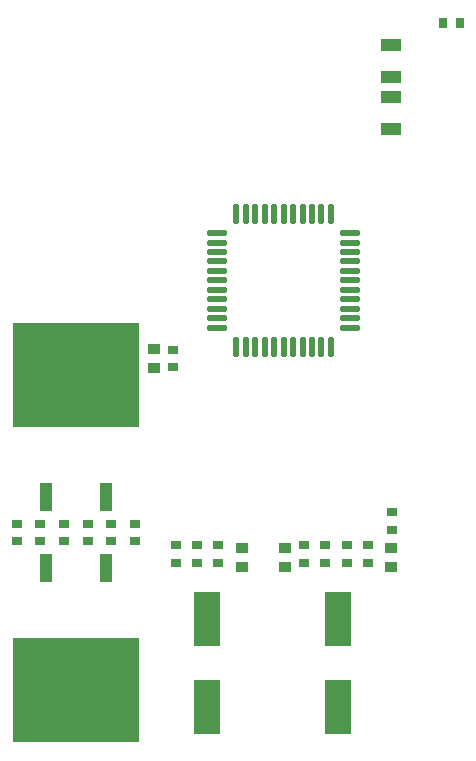
<source format=gtp>
G04 Layer_Color=8421504*
%FSLAX24Y24*%
%MOIN*%
G70*
G01*
G75*
%ADD10R,0.0276X0.0354*%
%ADD11R,0.0354X0.0276*%
%ADD12R,0.0669X0.0433*%
%ADD13R,0.0906X0.1791*%
%ADD14R,0.0413X0.0945*%
%ADD15R,0.4193X0.3504*%
%ADD16R,0.0394X0.0374*%
%ADD17O,0.0689X0.0217*%
%ADD18O,0.0217X0.0689*%
D10*
X-5805Y23126D02*
D03*
X-6395D02*
D03*
D11*
X-10313Y5730D02*
D03*
Y5139D02*
D03*
X-9601Y5139D02*
D03*
Y5730D02*
D03*
X-8888Y5730D02*
D03*
Y5139D02*
D03*
X-20600Y6439D02*
D03*
Y5848D02*
D03*
X-19813Y6439D02*
D03*
Y5848D02*
D03*
X-19025Y6439D02*
D03*
Y5848D02*
D03*
X-16663Y5848D02*
D03*
Y6439D02*
D03*
X-17450Y5848D02*
D03*
Y6439D02*
D03*
X-18238Y5848D02*
D03*
Y6439D02*
D03*
X-15300Y5139D02*
D03*
Y5730D02*
D03*
X-14588Y5730D02*
D03*
Y5139D02*
D03*
X-13875Y5139D02*
D03*
Y5730D02*
D03*
X-11025Y5730D02*
D03*
Y5139D02*
D03*
X-8100Y6814D02*
D03*
Y6224D02*
D03*
X-15380Y12245D02*
D03*
Y11655D02*
D03*
D12*
X-8118Y20667D02*
D03*
Y19604D02*
D03*
X-8118Y21319D02*
D03*
Y22381D02*
D03*
D13*
X-9878Y3278D02*
D03*
Y325D02*
D03*
X-14250Y3278D02*
D03*
Y325D02*
D03*
D14*
X-17632Y4961D02*
D03*
X-19632D02*
D03*
Y7326D02*
D03*
X-17632D02*
D03*
D15*
X-18632Y886D02*
D03*
Y11401D02*
D03*
D16*
X-13100Y4992D02*
D03*
Y5622D02*
D03*
X-11669Y4992D02*
D03*
Y5622D02*
D03*
X-8107Y4992D02*
D03*
Y5622D02*
D03*
X-16022Y12265D02*
D03*
Y11635D02*
D03*
D17*
X-9476Y12975D02*
D03*
Y13290D02*
D03*
Y13605D02*
D03*
Y13920D02*
D03*
Y14235D02*
D03*
Y14550D02*
D03*
Y14865D02*
D03*
Y15180D02*
D03*
Y15495D02*
D03*
Y15810D02*
D03*
Y16125D02*
D03*
X-13924D02*
D03*
Y15810D02*
D03*
Y15495D02*
D03*
Y15180D02*
D03*
Y14865D02*
D03*
Y14550D02*
D03*
Y14235D02*
D03*
Y13920D02*
D03*
Y13605D02*
D03*
Y13290D02*
D03*
Y12975D02*
D03*
D18*
X-10125Y16774D02*
D03*
X-10440D02*
D03*
X-10755D02*
D03*
X-11070D02*
D03*
X-11385D02*
D03*
X-11700D02*
D03*
X-12015D02*
D03*
X-12330D02*
D03*
X-12645D02*
D03*
X-12960D02*
D03*
X-13275D02*
D03*
Y12326D02*
D03*
X-12960D02*
D03*
X-12645D02*
D03*
X-12330D02*
D03*
X-12015D02*
D03*
X-11700D02*
D03*
X-11385D02*
D03*
X-11070D02*
D03*
X-10755D02*
D03*
X-10440D02*
D03*
X-10125D02*
D03*
M02*

</source>
